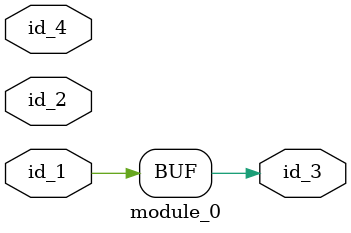
<source format=v>
module module_0 (
    id_1,
    id_2,
    id_3,
    id_4
);
  inout id_4;
  output id_3;
  input id_2;
  input id_1;
  assign id_3[1'h0] = id_1;
endmodule

</source>
